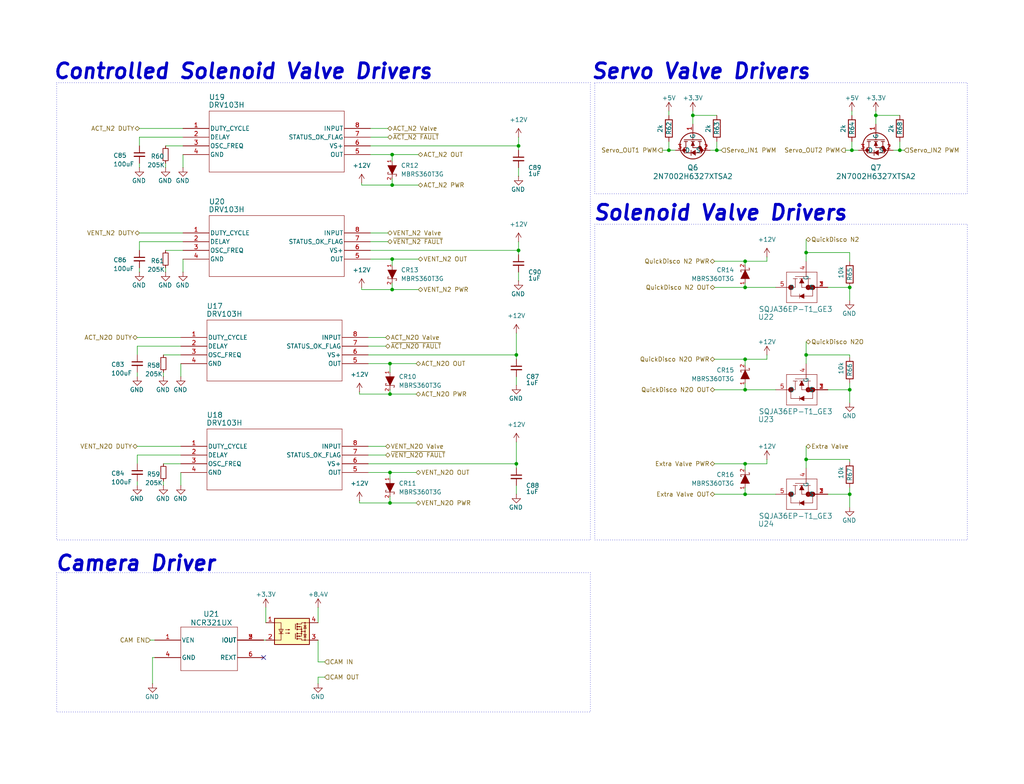
<source format=kicad_sch>
(kicad_sch (version 20250114) (generator "eeschema") (generator_version "9.0")
  (paper "User" 298.45 228.6)
  (lib_symbols
    (symbol "DRV103H:DRV103H" (pin_names (offset 0.254))
      (property "Reference" "U" (at 48.26 10.16 0))
      (property "Value" "DRV103H" (at 48.26 7.62 0))
      (symbol "DRV103H_0_1"
        (pin passive line (at 0 -7.62 0) (length 7.62) (name "GND") (number "4"))
        (pin passive line (at 54.61 0 180) (length 7.62) (name "INPUT") (number "8"))
        (pin passive line (at 54.61 -5.08 180) (length 7.62) (name "VS+") (number "6"))
        (pin passive line (at 54.61 -7.62 180) (length 7.62) (name "OUT") (number "5"))
      )
      (symbol "DRV103H_1_1"
        (pin passive line (at 0 0 0) (length 7.62) (name "DUTY_CYCLE") (number "1"))
        (pin passive line (at 0 -2.54 0) (length 7.62) (name "DELAY") (number "2"))
        (pin passive line (at 0 -5.08 0) (length 7.62) (name "OSC_FREQ") (number "3"))
        (pin passive line (at 54.61 -2.54 180) (length 7.62) (name "STATUS_OK_FLAG") (number "7"))
      )
    )
    (symbol "Device:C_Small" (pin_numbers (hide yes)) (pin_names (offset 0.254) (hide yes))
      (property "Reference" "C" (at 0.254 1.778 0))
      (property "Value" "C_Small" (at 0.254 -2.032 0))
      (symbol "C_Small_1_1"
        (pin passive line (at 0 2.54 270) (length 2.032) (name "~") (number "1"))
        (pin passive line (at 0 -2.54 90) (length 2.032) (name "~") (number "2"))
      )
    )
    (symbol "Device:R" (pin_numbers (hide yes)) (pin_names (offset 0))
      (property "Reference" "R" (at 2.032 0 90))
      (property "Value" "R" (at 0 0 90))
      (symbol "R_1_1"
        (pin passive line (at 0 3.81 270) (length 1.27) (name "~") (number "1"))
        (pin passive line (at 0 -3.81 90) (length 1.27) (name "~") (number "2"))
      )
    )
    (symbol "Device:R_Small" (pin_numbers (hide yes)) (pin_names (offset 0.254) (hide yes))
      (property "Reference" "R" (at 0.762 0.508 0))
      (property "Value" "R_Small" (at 0.762 -1.016 0))
      (symbol "R_Small_1_1"
        (pin passive line (at 0 2.54 270) (length 0.762) (name "~") (number "1"))
        (pin passive line (at 0 -2.54 90) (length 0.762) (name "~") (number "2"))
      )
    )
    (symbol "G3VM-31DR_TR05_:G3VM-31DR_TR05_"
      (symbol "G3VM-31DR_TR05__1_1"
        (pin passive line (at -2.54 -1.27 0) (length 2.54) (name "~") (number "1"))
        (pin passive line (at -2.54 -6.35 0) (length 2.54) (name "~") (number "2"))
        (pin passive line (at 12.7 -1.27 180) (length 2.54) (name "~") (number "4"))
        (pin passive line (at 12.7 -6.35 180) (length 2.54) (name "~") (number "3"))
      )
    )
    (symbol "MBRS360T3G:MBRS360T3G" (pin_names (offset 1.016))
      (property "Reference" "CR" (at -2.54 2.032 0))
      (property "Value" "MBRS360T3G" (at -2.54 -2.032 0))
      (symbol "MBRS360T3G_0_0"
        (pin passive line (at -2.54 0 0) (length 0) (name "~") (number "1"))
        (pin passive line (at 2.54 0 180) (length 0) (name "~") (number "2"))
      )
    )
    (symbol "NCR321UX:NCR321UX" (pin_names (offset 0.254))
      (property "Reference" "U" (at 4.826 10.16 0))
      (property "Value" "NCR321UX" (at 4.826 7.62 0))
      (symbol "NCR321UX_0_1"
        (pin passive line (at -11.43 2.54 0) (length 7.62) (name "VEN") (number "1"))
        (pin passive line (at -11.43 -2.54 0) (length 7.62) (name "GND") (number "4"))
        (pin passive line (at 20.32 2.54 180) (length 7.62) (name "IOUT") (number "2"))
        (pin passive line (at 20.32 2.54 180) (length 7.62) (name "IOUT") (number "3"))
        (pin passive line (at 20.32 2.54 180) (length 7.62) (name "IOUT") (number "5"))
        (pin passive line (at 20.32 -2.54 180) (length 7.62) (name "REXT") (number "6"))
      )
    )
    (symbol "NMOS_2N7002:2N7002H6327XTSA2" (pin_names (offset 0.254))
      (property "Reference" "Q" (at 11.43 1.905 0))
      (property "Value" "2N7002H6327XTSA2" (at 11.43 -2.54 0))
      (symbol "2N7002H6327XTSA2_0_1"
        (pin passive line (at 0 0 0) (length 2.54) (name "G") (number "1"))
        (pin passive line (at 7.62 5.08 270) (length 2.54) (name "D") (number "3"))
        (pin passive line (at 7.62 -5.08 90) (length 2.54) (name "S") (number "2"))
      )
    )
    (symbol "SQJA36EP-T1-GE3:SQJA36EP-T1_GE3" (pin_names (offset 0.254))
      (property "Reference" "U" (at 3.81 15.24 0))
      (property "Value" "SQJA36EP-T1_GE3" (at 3.81 12.7 0))
      (symbol "SQJA36EP-T1_GE3_0_1"
        (pin passive line (at -3.81 1.27 0) (length 3.81) (name "G") (number "4"))
        (pin passive line (at 3.81 10.16 270) (length 3.81) (name "D") (number "5"))
        (pin passive line (at 3.81 -5.08 90) (length 3.81) (name "S") (number "1"))
        (pin passive line (at 3.81 -5.08 90) (length 3.81) (name "S") (number "2"))
        (pin passive line (at 3.81 -5.08 90) (length 3.81) (name "S") (number "3"))
      )
    )
    (symbol "power:+12V" (power) (pin_numbers (hide yes)) (pin_names (offset 0) (hide yes))
      (property "Value" "+12V" (at 0 3.556 0))
      (symbol "+12V_1_1"
        (pin power_in line (at 0 0 90) (length 0) (name "~") (number "1"))
      )
    )
    (symbol "power:+3.3V" (power) (pin_numbers (hide yes)) (pin_names (offset 0) (hide yes))
      (property "Value" "+3.3V" (at 0 3.556 0))
      (symbol "+3.3V_1_1"
        (pin power_in line (at 0 0 90) (length 0) (name "~") (number "1"))
      )
    )
    (symbol "power:+5V" (power) (pin_numbers (hide yes)) (pin_names (offset 0) (hide yes))
      (property "Value" "+5V" (at 0 3.556 0))
      (symbol "+5V_1_1"
        (pin power_in line (at 0 0 90) (length 0) (name "~") (number "1"))
      )
    )
    (symbol "power:GND" (power) (pin_numbers (hide yes)) (pin_names (offset 0) (hide yes))
      (property "Value" "GND" (at 0 -3.81 0))
      (symbol "GND_1_1"
        (pin power_in line (at 0 0 270) (length 0) (name "~") (number "1"))
      )
    )
  )
  (rectangle (start 16.51 24.13) (end 172.085 157.48) (stroke (width 0) (type dot)))
  (rectangle (start 173.355 24.13) (end 281.94 56.515) (stroke (width 0) (type dot)))
  (rectangle (start 173.355 65.405) (end 281.94 157.48) (stroke (width 0) (type dot)))
  (rectangle (start 16.51 167.005) (end 172.085 207.645) (stroke (width 0) (type dot)))
  (text "Solenoid Valve Drivers" (at 172.72 62.23 0) (effects (font (size 4.318 4.318) (thickness 0.8636) (bold yes) (italic yes)) (justify left)))
  (text "Controlled Solenoid Valve Drivers" (at 15.24 20.955 0) (effects (font (size 4.318 4.318) (thickness 0.8636) (bold yes) (italic yes)) (justify left)))
  (text "Camera Driver" (at 15.875 164.465 0) (effects (font (size 4.318 4.318) (thickness 0.8636) (bold yes) (italic yes)) (justify left)))
  (text "Servo Valve Drivers" (at 172.085 20.955 0) (effects (font (size 4.318 4.318) (thickness 0.8636) (bold yes) (italic yes)) (justify left)))
  (junction (at 194.945 43.815))
  (junction (at 234.95 103.505))
  (junction (at 248.285 43.815))
  (junction (at 114.3 84.455))
  (junction (at 114.3 45.085))
  (junction (at 217.17 144.145))
  (junction (at 262.255 43.815))
  (junction (at 151.13 73.025))
  (junction (at 247.65 113.665))
  (junction (at 208.915 43.815))
  (junction (at 113.665 146.685))
  (junction (at 255.27 33.655))
  (junction (at 217.17 83.82))
  (junction (at 234.95 73.66))
  (junction (at 247.65 144.145))
  (junction (at 150.495 135.255))
  (junction (at 217.17 104.775))
  (junction (at 151.13 42.545))
  (junction (at 217.17 113.665))
  (junction (at 114.3 53.975))
  (junction (at 234.95 133.985))
  (junction (at 113.665 137.795))
  (junction (at 113.665 106.045))
  (junction (at 201.93 33.655))
  (junction (at 114.3 75.565))
  (junction (at 113.665 114.935))
  (junction (at 217.17 76.2))
  (junction (at 247.65 83.82))
  (junction (at 150.495 103.505))
  (junction (at 217.17 135.255))
  (no_connect (at 76.835 191.77))
  (wire (pts (xy 247.65 142.24) (xy 247.65 144.145)))
  (wire (pts (xy 77.47 177.165) (xy 77.47 181.61)))
  (wire (pts (xy 217.17 76.2) (xy 217.17 77.47)))
  (wire (pts (xy 208.28 144.145) (xy 217.17 144.145)))
  (wire (pts (xy 217.17 104.775) (xy 223.52 104.775)))
  (wire (pts (xy 151.13 48.895) (xy 151.13 51.435)))
  (wire (pts (xy 112.395 130.175) (xy 107.315 130.175)))
  (wire (pts (xy 112.395 98.425) (xy 107.315 98.425)))
  (wire (pts (xy 150.495 135.255) (xy 150.495 136.525)))
  (wire (pts (xy 53.34 48.895) (xy 53.34 45.085)))
  (wire (pts (xy 241.3 144.145) (xy 247.65 144.145)))
  (wire (pts (xy 113.665 106.045) (xy 121.285 106.045)))
  (wire (pts (xy 234.95 69.85) (xy 234.95 73.66)))
  (wire (pts (xy 40.005 130.175) (xy 52.705 130.175)))
  (wire (pts (xy 47.625 135.255) (xy 52.705 135.255)))
  (wire (pts (xy 193.04 43.815) (xy 194.945 43.815)))
  (wire (pts (xy 234.95 73.66) (xy 234.95 76.2)))
  (wire (pts (xy 53.34 79.375) (xy 53.34 75.565)))
  (wire (pts (xy 217.17 144.145) (xy 226.06 144.145)))
  (wire (pts (xy 40.64 37.465) (xy 53.34 37.465)))
  (wire (pts (xy 40.64 79.375) (xy 40.64 78.105)))
  (wire (pts (xy 52.705 100.965) (xy 40.005 100.965)))
  (wire (pts (xy 255.27 33.655) (xy 255.27 36.195)))
  (wire (pts (xy 217.17 76.2) (xy 223.52 76.2)))
  (wire (pts (xy 104.775 114.935) (xy 104.775 114.3)))
  (wire (pts (xy 248.285 32.385) (xy 248.285 33.655)))
  (wire (pts (xy 40.64 48.895) (xy 40.64 47.625)))
  (wire (pts (xy 113.665 146.685) (xy 121.285 146.685)))
  (wire (pts (xy 107.95 73.025) (xy 151.13 73.025)))
  (wire (pts (xy 151.13 70.485) (xy 151.13 73.025)))
  (wire (pts (xy 217.17 83.82) (xy 226.06 83.82)))
  (wire (pts (xy 40.005 132.715) (xy 40.005 135.255)))
  (wire (pts (xy 44.45 191.77) (xy 44.45 199.39)))
  (wire (pts (xy 247.65 133.985) (xy 247.65 134.62)))
  (wire (pts (xy 217.17 135.255) (xy 217.17 137.16)))
  (wire (pts (xy 217.17 82.55) (xy 217.17 83.82)))
  (wire (pts (xy 223.52 135.255) (xy 223.52 133.985)))
  (wire (pts (xy 151.13 40.005) (xy 151.13 42.545)))
  (wire (pts (xy 207.01 43.815) (xy 208.915 43.815)))
  (wire (pts (xy 113.665 106.045) (xy 107.315 106.045)))
  (wire (pts (xy 247.65 147.955) (xy 247.65 144.145)))
  (wire (pts (xy 194.945 41.275) (xy 194.945 43.815)))
  (wire (pts (xy 262.255 41.275) (xy 262.255 43.815)))
  (wire (pts (xy 114.3 45.085) (xy 114.3 46.99)))
  (wire (pts (xy 114.3 75.565) (xy 114.3 77.47)))
  (wire (pts (xy 52.705 109.855) (xy 52.705 106.045)))
  (wire (pts (xy 150.495 128.905) (xy 150.495 135.255)))
  (wire (pts (xy 48.26 79.375) (xy 48.26 78.105)))
  (wire (pts (xy 92.71 197.485) (xy 94.615 197.485)))
  (wire (pts (xy 234.95 103.505) (xy 247.65 103.505)))
  (wire (pts (xy 113.03 67.945) (xy 107.95 67.945)))
  (wire (pts (xy 247.65 103.505) (xy 247.65 104.14)))
  (wire (pts (xy 43.815 186.69) (xy 45.085 186.69)))
  (wire (pts (xy 40.005 98.425) (xy 52.705 98.425)))
  (wire (pts (xy 40.64 70.485) (xy 40.64 73.025)))
  (wire (pts (xy 107.315 135.255) (xy 150.495 135.255)))
  (wire (pts (xy 194.945 43.815) (xy 196.85 43.815)))
  (wire (pts (xy 208.915 41.275) (xy 208.915 43.815)))
  (wire (pts (xy 48.26 48.895) (xy 48.26 47.625)))
  (wire (pts (xy 107.315 100.965) (xy 112.395 100.965)))
  (wire (pts (xy 262.255 43.815) (xy 263.525 43.815)))
  (wire (pts (xy 107.95 42.545) (xy 151.13 42.545)))
  (wire (pts (xy 234.95 103.505) (xy 234.95 106.045)))
  (wire (pts (xy 217.17 76.2) (xy 208.28 76.2)))
  (wire (pts (xy 107.315 132.715) (xy 112.395 132.715)))
  (wire (pts (xy 217.17 104.775) (xy 217.17 106.68)))
  (wire (pts (xy 114.3 84.455) (xy 121.92 84.455)))
  (wire (pts (xy 208.28 113.665) (xy 217.17 113.665)))
  (wire (pts (xy 234.95 130.175) (xy 234.95 133.985)))
  (wire (pts (xy 113.665 137.795) (xy 107.315 137.795)))
  (wire (pts (xy 234.95 133.985) (xy 234.95 136.525)))
  (wire (pts (xy 247.65 87.63) (xy 247.65 83.82)))
  (wire (pts (xy 53.34 70.485) (xy 40.64 70.485)))
  (wire (pts (xy 201.93 32.385) (xy 201.93 33.655)))
  (wire (pts (xy 92.71 177.165) (xy 92.71 181.61)))
  (wire (pts (xy 208.915 43.815) (xy 210.185 43.815)))
  (wire (pts (xy 247.65 117.475) (xy 247.65 113.665)))
  (wire (pts (xy 47.625 109.855) (xy 47.625 108.585)))
  (wire (pts (xy 217.17 135.255) (xy 223.52 135.255)))
  (wire (pts (xy 247.65 111.76) (xy 247.65 113.665)))
  (wire (pts (xy 217.17 111.76) (xy 217.17 113.665)))
  (wire (pts (xy 104.775 114.935) (xy 113.665 114.935)))
  (wire (pts (xy 113.665 113.665) (xy 113.665 114.935)))
  (wire (pts (xy 107.95 70.485) (xy 113.03 70.485)))
  (wire (pts (xy 255.27 32.385) (xy 255.27 33.655)))
  (wire (pts (xy 113.665 137.795) (xy 121.285 137.795)))
  (wire (pts (xy 151.13 79.375) (xy 151.13 81.915)))
  (wire (pts (xy 234.95 99.695) (xy 234.95 103.505)))
  (wire (pts (xy 241.3 113.665) (xy 247.65 113.665)))
  (wire (pts (xy 114.3 45.085) (xy 121.92 45.085)))
  (wire (pts (xy 40.005 141.605) (xy 40.005 140.335)))
  (wire (pts (xy 217.17 142.24) (xy 217.17 144.145)))
  (wire (pts (xy 208.28 83.82) (xy 217.17 83.82)))
  (wire (pts (xy 114.3 75.565) (xy 107.95 75.565)))
  (wire (pts (xy 201.93 33.655) (xy 201.93 36.195)))
  (wire (pts (xy 47.625 141.605) (xy 47.625 140.335)))
  (wire (pts (xy 241.3 83.82) (xy 247.65 83.82)))
  (wire (pts (xy 234.95 133.985) (xy 247.65 133.985)))
  (wire (pts (xy 113.665 106.045) (xy 113.665 108.585)))
  (wire (pts (xy 113.665 114.935) (xy 121.285 114.935)))
  (wire (pts (xy 40.64 67.945) (xy 53.34 67.945)))
  (wire (pts (xy 40.005 109.855) (xy 40.005 108.585)))
  (wire (pts (xy 260.35 43.815) (xy 262.255 43.815)))
  (wire (pts (xy 104.775 146.685) (xy 113.665 146.685)))
  (wire (pts (xy 40.64 40.005) (xy 40.64 42.545)))
  (wire (pts (xy 114.3 45.085) (xy 107.95 45.085)))
  (wire (pts (xy 217.17 135.255) (xy 208.28 135.255)))
  (wire (pts (xy 48.26 42.545) (xy 53.34 42.545)))
  (wire (pts (xy 223.52 76.2) (xy 223.52 74.93)))
  (wire (pts (xy 76.835 186.69) (xy 77.47 186.69)))
  (wire (pts (xy 52.705 141.605) (xy 52.705 137.795)))
  (wire (pts (xy 234.95 73.66) (xy 247.65 73.66)))
  (wire (pts (xy 113.665 144.78) (xy 113.665 146.685)))
  (wire (pts (xy 114.3 53.975) (xy 121.92 53.975)))
  (wire (pts (xy 114.3 82.55) (xy 114.3 84.455)))
  (wire (pts (xy 92.71 193.04) (xy 92.71 186.69)))
  (wire (pts (xy 107.95 40.005) (xy 113.03 40.005)))
  (wire (pts (xy 255.27 33.655) (xy 262.255 33.655)))
  (wire (pts (xy 151.13 73.025) (xy 151.13 74.295)))
  (wire (pts (xy 105.41 53.975) (xy 105.41 53.34)))
  (wire (pts (xy 48.26 73.025) (xy 53.34 73.025)))
  (wire (pts (xy 247.65 73.66) (xy 247.65 76.2)))
  (wire (pts (xy 150.495 103.505) (xy 150.495 104.775)))
  (wire (pts (xy 217.17 104.775) (xy 208.28 104.775)))
  (wire (pts (xy 105.41 53.975) (xy 114.3 53.975)))
  (wire (pts (xy 248.285 41.275) (xy 248.285 43.815)))
  (wire (pts (xy 92.71 197.485) (xy 92.71 199.39)))
  (wire (pts (xy 47.625 103.505) (xy 52.705 103.505)))
  (wire (pts (xy 248.285 43.815) (xy 250.19 43.815)))
  (wire (pts (xy 52.705 132.715) (xy 40.005 132.715)))
  (wire (pts (xy 105.41 84.455) (xy 114.3 84.455)))
  (wire (pts (xy 194.945 32.385) (xy 194.945 33.655)))
  (wire (pts (xy 40.005 100.965) (xy 40.005 103.505)))
  (wire (pts (xy 107.315 103.505) (xy 150.495 103.505)))
  (wire (pts (xy 105.41 84.455) (xy 105.41 83.82)))
  (wire (pts (xy 104.775 146.685) (xy 104.775 146.05)))
  (wire (pts (xy 44.45 191.77) (xy 45.085 191.77)))
  (wire (pts (xy 113.665 137.795) (xy 113.665 139.7)))
  (wire (pts (xy 94.615 193.04) (xy 92.71 193.04)))
  (wire (pts (xy 114.3 75.565) (xy 121.92 75.565)))
  (wire (pts (xy 150.495 109.855) (xy 150.495 112.395)))
  (wire (pts (xy 53.34 40.005) (xy 40.64 40.005)))
  (wire (pts (xy 151.13 42.545) (xy 151.13 43.815)))
  (wire (pts (xy 113.03 37.465) (xy 107.95 37.465)))
  (wire (pts (xy 114.3 52.07) (xy 114.3 53.975)))
  (wire (pts (xy 201.93 33.655) (xy 208.915 33.655)))
  (wire (pts (xy 150.495 97.155) (xy 150.495 103.505)))
  (wire (pts (xy 217.17 113.665) (xy 226.06 113.665)))
  (wire (pts (xy 223.52 104.775) (xy 223.52 103.505)))
  (wire (pts (xy 150.495 141.605) (xy 150.495 144.145)))
  (wire (pts (xy 246.38 43.815) (xy 248.285 43.815)))
  (hierarchical_label "~{ACT_N2 FAULT}" (shape bidirectional) (at 113.03 40.005 0))
  (hierarchical_label "Servo_IN2 PWM" (shape input) (at 263.525 43.815 0))
  (hierarchical_label "Extra Valve PWR" (shape bidirectional) (at 208.28 135.255 180))
  (hierarchical_label "VENT_N2 DUTY" (shape bidirectional) (at 40.64 67.945 180))
  (hierarchical_label "CAM OUT" (shape input) (at 94.615 197.485 0))
  (hierarchical_label "QuickDisco N2" (shape bidirectional) (at 234.95 69.85 0))
  (hierarchical_label "~{ACT_N2O FAULT}" (shape bidirectional) (at 112.395 100.965 0))
  (hierarchical_label "ACT_N2O PWR" (shape bidirectional) (at 121.285 114.935 0))
  (hierarchical_label "ACT_N2O DUTY" (shape bidirectional) (at 40.005 98.425 180))
  (hierarchical_label "ACT_N2 DUTY" (shape bidirectional) (at 40.64 37.465 180))
  (hierarchical_label "VENT_N2 PWR" (shape bidirectional) (at 121.92 84.455 0))
  (hierarchical_label "VENT_N2O Valve" (shape bidirectional) (at 112.395 130.175 0))
  (hierarchical_label "Servo_OUT2 PWM" (shape output) (at 246.38 43.815 180))
  (hierarchical_label "ACT_N2 OUT" (shape bidirectional) (at 121.92 45.085 0))
  (hierarchical_label "QuickDisco N2O PWR" (shape bidirectional) (at 208.28 104.775 180))
  (hierarchical_label "Extra Valve OUT" (shape bidirectional) (at 208.28 144.145 180))
  (hierarchical_label "QuickDisco N2O OUT" (shape bidirectional) (at 208.28 113.665 180))
  (hierarchical_label "Extra Valve" (shape bidirectional) (at 234.95 130.175 0))
  (hierarchical_label "Servo_OUT1 PWM" (shape output) (at 193.04 43.815 180))
  (hierarchical_label "VENT_N2O PWR" (shape bidirectional) (at 121.285 146.685 0))
  (hierarchical_label "QuickDisco N2 PWR" (shape bidirectional) (at 208.28 76.2 180))
  (hierarchical_label "ACT_N2 Valve" (shape bidirectional) (at 113.03 37.465 0))
  (hierarchical_label "VENT_N2O DUTY" (shape bidirectional) (at 40.005 130.175 180))
  (hierarchical_label "VENT_N2O OUT" (shape bidirectional) (at 121.285 137.795 0))
  (hierarchical_label "ACT_N2 PWR" (shape bidirectional) (at 121.92 53.975 0))
  (hierarchical_label "~{VENT_N2O FAULT}" (shape bidirectional) (at 112.395 132.715 0))
  (hierarchical_label "Servo_IN1 PWM" (shape input) (at 210.185 43.815 0))
  (hierarchical_label "ACT_N2O Valve" (shape bidirectional) (at 112.395 98.425 0))
  (hierarchical_label "QuickDisco N2 OUT" (shape bidirectional) (at 208.28 83.82 180))
  (hierarchical_label "QuickDisco N2O" (shape bidirectional) (at 234.95 99.695 0))
  (hierarchical_label "CAM IN" (shape input) (at 94.615 193.04 0))
  (hierarchical_label "ACT_N2O OUT" (shape bidirectional) (at 121.285 106.045 0))
  (hierarchical_label "~{VENT_N2 FAULT}" (shape bidirectional) (at 113.03 70.485 0))
  (hierarchical_label "VENT_N2 Valve" (shape bidirectional) (at 113.03 67.945 0))
  (hierarchical_label "CAM EN" (shape input) (at 43.815 186.69 180))
  (hierarchical_label "VENT_N2 OUT" (shape bidirectional) (at 121.92 75.565 0))
  (symbol (lib_id "power:+12V") (at 150.495 97.155 0) (unit 1)
    (property "Reference" "#PWR0188" (effects (hide yes)))
    (property "Value" "+12V" (at 150.495 92.075 0))
    (property "Description" "Power symbol creates a global label with name \"+12V\"" (effects (hide yes)))
  )
  (symbol (lib_id "G3VM-31DR_TR05_:G3VM-31DR_TR05_") (at 80.01 180.34 0) (unit 1)
    (property "Reference" "K1" (effects (hide yes)))
    (property "Value" "G3VM-31DR_TR05_" (effects (hide yes)))
    (property "Footprint" "G3VM31DRTR05" (effects (hide yes)))
    (property "Description" "Solid State Relays - PCB Mount High power, 4.0-A switching with a 30-V load voltage, DIP4 package. Low 25 mO ON Resistance." (effects (hide yes)))
    (property "Height" "3.8" (effects (hide yes)))
    (property "Mouser Part Number" "653-G3VM-31DR(TR05)" (effects (hide yes)))
    (property "Mouser Price/Stock" "https://www.mouser.co.uk/ProductDetail/Omron-Electronics/G3VM-31DRTR05?qs=wnTfsH77Xs5ttufbIZctbg%3D%3D" (effects (hide yes)))
    (property "Manufacturer_Name" "Omron Electronics" (effects (hide yes)))
    (property "Manufacturer_Part_Number" "G3VM-31DR(TR05)" (effects (hide yes)))
  )
  (symbol (lib_id "DRV103H:DRV103H") (at 52.705 98.425 0) (unit 1)
    (property "Reference" "U17" (at 62.611 89.281 0) (effects (font (size 1.524 1.524))))
    (property "Value" "DRV103H" (at 65.405 91.567 0) (effects (font (size 1.524 1.524))))
    (property "Footprint" "DDA8" (effects (hide yes)))
    (property "Datasheet" "https://www.ti.com/lit/gpn/drv103" (effects (hide yes)))
  )
  (symbol (lib_id "NMOS_2N7002:2N7002H6327XTSA2") (at 255.27 36.195 90) (mirror x) (unit 1)
    (property "Reference" "Q7" (at 255.27 48.895 90) (effects (font (size 1.524 1.524))))
    (property "Value" "2N7002H6327XTSA2" (at 255.27 51.435 90) (effects (font (size 1.524 1.524))))
    (property "Footprint" "NMOS_2N7002:PG-SOT23-3-5_INF_MIN" (effects (hide yes)))
    (property "Datasheet" "2N7002H6327XTSA2" (effects (hide yes)))
  )
  (symbol (lib_id "Device:R") (at 248.285 37.465 0) (unit 1)
    (property "Reference" "R64" (at 248.285 39.37 90) (effects (justify left)))
    (property "Value" "2k" (at 245.745 38.735 90) (effects (justify left)))
    (property "Footprint" "Resistor-0402:RES_0402" (effects (hide yes)))
    (property "Description" "Resistor" (effects (hide yes)))
  )
  (symbol (lib_id "power:+12V") (at 151.13 40.005 0) (unit 1)
    (property "Reference" "#PWR0192" (effects (hide yes)))
    (property "Value" "+12V" (at 151.13 34.925 0))
    (property "Description" "Power symbol creates a global label with name \"+12V\"" (effects (hide yes)))
  )
  (symbol (lib_id "power:GND") (at 150.495 144.145 0) (unit 1)
    (property "Reference" "#PWR0191" (effects (hide yes)))
    (property "Value" "GND" (at 152.4 147.955 0) (effects (justify right)))
    (property "Description" "Power symbol creates a global label with name \"GND\" , ground" (effects (hide yes)))
  )
  (symbol (lib_id "MBRS360T3G:MBRS360T3G") (at 113.665 142.24 270) (unit 1)
    (property "Reference" "CR11" (at 116.205 140.9699 90) (effects (justify left)))
    (property "Value" "MBRS360T3G" (at 116.205 143.5099 90) (effects (justify left)))
    (property "Footprint" "MBRS360T3G:DIODE_SMC_7P15X6P25_ONS-M" (effects (hide yes)))
    (property "Check_prices" "https://www.snapeda.com/parts/MBRS360T3G/Onsemi/view-part/?ref=eda" (effects (hide yes)))
    (property "MF" "ON Semiconductor" (effects (hide yes)))
    (property "VENDOR" "ON Semiconductor" (effects (hide yes)))
    (property "Description_1" "Diode,Schottky Barrier,Vr 60V,If 4A,Pkg SMC,Vf 0.74V,Tj +175degc,Cs 125A,Ir 10mA | ON Semiconductor MBRS360T3G" (effects (hide yes)))
    (property "COPYRIGHT" "Copyright (C) 2016 Accelerated Designs. All rights reserved" (effects (hide yes)))
    (property "Package" "SMC-2 ON Semiconductor" (effects (hide yes)))
    (property "Price" "None" (effects (hide yes)))
    (property "BUILT_BY" "EMA_Anthony" (effects (hide yes)))
    (property "SOURCELIBRARY" "ON_Semiconductor_2018-12-15" (effects (hide yes)))
    (property "SnapEDA_Link" "https://www.snapeda.com/parts/MBRS360T3G/Onsemi/view-part/?ref=snap" (effects (hide yes)))
    (property "MP" "MBRS360T3G" (effects (hide yes)))
    (property "Availability" "In Stock" (effects (hide yes)))
    (property "MANUFACTURER_PART_NUMBER" "MBRS360T3G" (effects (hide yes)))
  )
  (symbol (lib_id "MBRS360T3G:MBRS360T3G") (at 114.3 49.53 270) (unit 1)
    (property "Reference" "CR12" (at 116.84 48.2599 90) (effects (justify left)))
    (property "Value" "MBRS360T3G" (at 116.84 50.7999 90) (effects (justify left)))
    (property "Footprint" "MBRS360T3G:DIODE_SMC_7P15X6P25_ONS-M" (effects (hide yes)))
    (property "Check_prices" "https://www.snapeda.com/parts/MBRS360T3G/Onsemi/view-part/?ref=eda" (effects (hide yes)))
    (property "MF" "ON Semiconductor" (effects (hide yes)))
    (property "VENDOR" "ON Semiconductor" (effects (hide yes)))
    (property "Description_1" "Diode,Schottky Barrier,Vr 60V,If 4A,Pkg SMC,Vf 0.74V,Tj +175degc,Cs 125A,Ir 10mA | ON Semiconductor MBRS360T3G" (effects (hide yes)))
    (property "COPYRIGHT" "Copyright (C) 2016 Accelerated Designs. All rights reserved" (effects (hide yes)))
    (property "Package" "SMC-2 ON Semiconductor" (effects (hide yes)))
    (property "Price" "None" (effects (hide yes)))
    (property "BUILT_BY" "EMA_Anthony" (effects (hide yes)))
    (property "SOURCELIBRARY" "ON_Semiconductor_2018-12-15" (effects (hide yes)))
    (property "SnapEDA_Link" "https://www.snapeda.com/parts/MBRS360T3G/Onsemi/view-part/?ref=snap" (effects (hide yes)))
    (property "MP" "MBRS360T3G" (effects (hide yes)))
    (property "Availability" "In Stock" (effects (hide yes)))
    (property "MANUFACTURER_PART_NUMBER" "MBRS360T3G" (effects (hide yes)))
  )
  (symbol (lib_id "power:GND") (at 47.625 141.605 0) (unit 1)
    (property "Reference" "#PWR0172" (effects (hide yes)))
    (property "Value" "GND" (at 49.53 145.415 0) (effects (justify right)))
    (property "Description" "Power symbol creates a global label with name \"GND\" , ground" (effects (hide yes)))
  )
  (symbol (lib_id "power:GND") (at 150.495 112.395 0) (unit 1)
    (property "Reference" "#PWR0189" (effects (hide yes)))
    (property "Value" "GND" (at 152.4 116.205 0) (effects (justify right)))
    (property "Description" "Power symbol creates a global label with name \"GND\" , ground" (effects (hide yes)))
  )
  (symbol (lib_id "Device:R_Small") (at 48.26 45.085 0) (unit 1)
    (property "Reference" "R60" (at 43.942 45.593 0) (effects (justify left)))
    (property "Value" "205K" (at 42.926 48.133 0) (effects (justify left)))
    (property "Description" "Resistor, small symbol" (effects (hide yes)))
  )
  (symbol (lib_id "power:GND") (at 52.705 141.605 0) (unit 1)
    (property "Reference" "#PWR0176" (effects (hide yes)))
    (property "Value" "GND" (at 54.61 145.415 0) (effects (justify right)))
    (property "Description" "Power symbol creates a global label with name \"GND\" , ground" (effects (hide yes)))
  )
  (symbol (lib_id "power:+12V") (at 105.41 53.34 0) (unit 1)
    (property "Reference" "#PWR0184" (effects (hide yes)))
    (property "Value" "+12V" (at 105.41 48.26 0))
    (property "Description" "Power symbol creates a global label with name \"+12V\"" (effects (hide yes)))
  )
  (symbol (lib_id "power:GND") (at 40.005 141.605 0) (unit 1)
    (property "Reference" "#PWR0167" (effects (hide yes)))
    (property "Value" "GND" (at 41.91 145.415 0) (effects (justify right)))
    (property "Description" "Power symbol creates a global label with name \"GND\" , ground" (effects (hide yes)))
  )
  (symbol (lib_id "Device:R") (at 247.65 107.95 0) (unit 1)
    (property "Reference" "R66" (at 247.65 109.855 90) (effects (justify left)))
    (property "Value" "10k" (at 245.11 109.22 90) (effects (justify left)))
    (property "Footprint" "Resistor-0402:RES_0402" (effects (hide yes)))
    (property "Description" "Resistor" (effects (hide yes)))
  )
  (symbol (lib_id "NMOS_2N7002:2N7002H6327XTSA2") (at 201.93 36.195 90) (mirror x) (unit 1)
    (property "Reference" "Q6" (at 201.93 48.895 90) (effects (font (size 1.524 1.524))))
    (property "Value" "2N7002H6327XTSA2" (at 201.93 51.435 90) (effects (font (size 1.524 1.524))))
    (property "Footprint" "NMOS_2N7002:PG-SOT23-3-5_INF_MIN" (effects (hide yes)))
    (property "Datasheet" "2N7002H6327XTSA2" (effects (hide yes)))
  )
  (symbol (lib_id "Device:C_Small") (at 151.13 46.355 0) (unit 1)
    (property "Reference" "C89" (at 153.924 48.895 0) (effects (justify left)))
    (property "Value" "1uF" (at 153.924 50.673 0) (effects (justify left)))
    (property "Description" "Unpolarized capacitor, small symbol" (effects (hide yes)))
  )
  (symbol (lib_id "SQJA36EP-T1-GE3:SQJA36EP-T1_GE3") (at 236.22 140.335 90) (mirror x) (unit 1)
    (property "Reference" "U24" (at 223.266 152.781 90) (effects (font (size 1.524 1.524))))
    (property "Value" "SQJA36EP-T1_GE3" (at 231.902 150.495 90) (effects (font (size 1.524 1.524))))
    (property "Footprint" "PowerPAK_SO-8L_3_VIS" (effects (hide yes)))
    (property "Datasheet" "SQJA36EP-T1_GE3" (effects (hide yes)))
  )
  (symbol (lib_id "MBRS360T3G:MBRS360T3G") (at 114.3 80.01 270) (unit 1)
    (property "Reference" "CR13" (at 116.84 78.7399 90) (effects (justify left)))
    (property "Value" "MBRS360T3G" (at 116.84 81.2799 90) (effects (justify left)))
    (property "Footprint" "MBRS360T3G:DIODE_SMC_7P15X6P25_ONS-M" (effects (hide yes)))
    (property "Check_prices" "https://www.snapeda.com/parts/MBRS360T3G/Onsemi/view-part/?ref=eda" (effects (hide yes)))
    (property "MF" "ON Semiconductor" (effects (hide yes)))
    (property "VENDOR" "ON Semiconductor" (effects (hide yes)))
    (property "Description_1" "Diode,Schottky Barrier,Vr 60V,If 4A,Pkg SMC,Vf 0.74V,Tj +175degc,Cs 125A,Ir 10mA | ON Semiconductor MBRS360T3G" (effects (hide yes)))
    (property "COPYRIGHT" "Copyright (C) 2016 Accelerated Designs. All rights reserved" (effects (hide yes)))
    (property "Package" "SMC-2 ON Semiconductor" (effects (hide yes)))
    (property "Price" "None" (effects (hide yes)))
    (property "BUILT_BY" "EMA_Anthony" (effects (hide yes)))
    (property "SOURCELIBRARY" "ON_Semiconductor_2018-12-15" (effects (hide yes)))
    (property "SnapEDA_Link" "https://www.snapeda.com/parts/MBRS360T3G/Onsemi/view-part/?ref=snap" (effects (hide yes)))
    (property "MP" "MBRS360T3G" (effects (hide yes)))
    (property "Availability" "In Stock" (effects (hide yes)))
    (property "MANUFACTURER_PART_NUMBER" "MBRS360T3G" (effects (hide yes)))
  )
  (symbol (lib_id "power:+5V") (at 92.71 177.165 0) (unit 1)
    (property "Reference" "#PWR0180" (effects (hide yes)))
    (property "Value" "+8.4V" (at 92.71 173.355 0))
    (property "Description" "Power symbol creates a global label with name \"+5V\"" (effects (hide yes)))
  )
  (symbol (lib_id "MBRS360T3G:MBRS360T3G") (at 217.17 109.22 270) (mirror x) (unit 1)
    (property "Reference" "CR15" (at 213.995 107.9499 90) (effects (justify right)))
    (property "Value" "MBRS360T3G" (at 213.995 110.4899 90) (effects (justify right)))
    (property "Footprint" "MBRS360T3G:DIODE_SMC_7P15X6P25_ONS-M" (effects (hide yes)))
    (property "Check_prices" "https://www.snapeda.com/parts/MBRS360T3G/Onsemi/view-part/?ref=eda" (effects (hide yes)))
    (property "MF" "ON Semiconductor" (effects (hide yes)))
    (property "VENDOR" "ON Semiconductor" (effects (hide yes)))
    (property "Description_1" "Diode,Schottky Barrier,Vr 60V,If 4A,Pkg SMC,Vf 0.74V,Tj +175degc,Cs 125A,Ir 10mA | ON Semiconductor MBRS360T3G" (effects (hide yes)))
    (property "COPYRIGHT" "Copyright (C) 2016 Accelerated Designs. All rights reserved" (effects (hide yes)))
    (property "Package" "SMC-2 ON Semiconductor" (effects (hide yes)))
    (property "Price" "None" (effects (hide yes)))
    (property "BUILT_BY" "EMA_Anthony" (effects (hide yes)))
    (property "SOURCELIBRARY" "ON_Semiconductor_2018-12-15" (effects (hide yes)))
    (property "SnapEDA_Link" "https://www.snapeda.com/parts/MBRS360T3G/Onsemi/view-part/?ref=snap" (effects (hide yes)))
    (property "MP" "MBRS360T3G" (effects (hide yes)))
    (property "Availability" "In Stock" (effects (hide yes)))
    (property "MANUFACTURER_PART_NUMBER" "MBRS360T3G" (effects (hide yes)))
  )
  (symbol (lib_id "Device:C_Small") (at 150.495 107.315 0) (unit 1)
    (property "Reference" "C87" (at 153.289 109.855 0) (effects (justify left)))
    (property "Value" "1uF" (at 153.289 111.633 0) (effects (justify left)))
    (property "Description" "Unpolarized capacitor, small symbol" (effects (hide yes)))
  )
  (symbol (lib_id "Device:R") (at 208.915 37.465 0) (unit 1)
    (property "Reference" "R63" (at 208.915 39.37 90) (effects (justify left)))
    (property "Value" "2k" (at 206.375 38.735 90) (effects (justify left)))
    (property "Footprint" "Resistor-0402:RES_0402" (effects (hide yes)))
    (property "Description" "Resistor" (effects (hide yes)))
  )
  (symbol (lib_id "power:GND") (at 53.34 79.375 0) (unit 1)
    (property "Reference" "#PWR0178" (effects (hide yes)))
    (property "Value" "GND" (at 55.245 83.185 0) (effects (justify right)))
    (property "Description" "Power symbol creates a global label with name \"GND\" , ground" (effects (hide yes)))
  )
  (symbol (lib_id "Device:R_Small") (at 48.26 75.565 0) (unit 1)
    (property "Reference" "R61" (at 43.942 76.073 0) (effects (justify left)))
    (property "Value" "205K" (at 42.926 78.613 0) (effects (justify left)))
    (property "Description" "Resistor, small symbol" (effects (hide yes)))
  )
  (symbol (lib_id "power:GND") (at 151.13 81.915 0) (unit 1)
    (property "Reference" "#PWR0195" (effects (hide yes)))
    (property "Value" "GND" (at 153.035 85.725 0) (effects (justify right)))
    (property "Description" "Power symbol creates a global label with name \"GND\" , ground" (effects (hide yes)))
  )
  (symbol (lib_id "power:+3.3V") (at 77.47 177.165 0) (unit 1)
    (property "Reference" "#PWR0179" (effects (hide yes)))
    (property "Value" "+3.3V" (at 77.47 173.355 0))
    (property "Description" "Power symbol creates a global label with name \"+3.3V\"" (effects (hide yes)))
  )
  (symbol (lib_id "Device:C_Small") (at 40.64 75.565 0) (unit 1)
    (property "Reference" "C86" (at 33.02 75.819 0) (effects (justify left)))
    (property "Value" "100uF" (at 33.02 78.359 0) (effects (justify left)))
    (property "Description" "Unpolarized capacitor, small symbol" (effects (hide yes)))
  )
  (symbol (lib_id "power:+12V") (at 105.41 83.82 0) (unit 1)
    (property "Reference" "#PWR0185" (effects (hide yes)))
    (property "Value" "+12V" (at 105.41 78.74 0))
    (property "Description" "Power symbol creates a global label with name \"+12V\"" (effects (hide yes)))
  )
  (symbol (lib_id "power:GND") (at 52.705 109.855 0) (unit 1)
    (property "Reference" "#PWR0175" (effects (hide yes)))
    (property "Value" "GND" (at 54.61 113.665 0) (effects (justify right)))
    (property "Description" "Power symbol creates a global label with name \"GND\" , ground" (effects (hide yes)))
  )
  (symbol (lib_id "power:GND") (at 247.65 117.475 0) (unit 1)
    (property "Reference" "#PWR0203" (effects (hide yes)))
    (property "Value" "GND" (at 249.555 121.285 0) (effects (justify right)))
    (property "Description" "Power symbol creates a global label with name \"GND\" , ground" (effects (hide yes)))
  )
  (symbol (lib_id "power:+5V") (at 194.945 32.385 0) (unit 1)
    (property "Reference" "#PWR0196" (effects (hide yes)))
    (property "Value" "+5V" (at 194.945 28.575 0))
    (property "Description" "Power symbol creates a global label with name \"+5V\"" (effects (hide yes)))
  )
  (symbol (lib_id "DRV103H:DRV103H") (at 53.34 37.465 0) (unit 1)
    (property "Reference" "U19" (at 63.246 28.321 0) (effects (font (size 1.524 1.524))))
    (property "Value" "DRV103H" (at 66.04 30.607 0) (effects (font (size 1.524 1.524))))
    (property "Footprint" "DDA8" (effects (hide yes)))
    (property "Datasheet" "https://www.ti.com/lit/gpn/drv103" (effects (hide yes)))
  )
  (symbol (lib_id "Device:C_Small") (at 40.005 137.795 0) (unit 1)
    (property "Reference" "C84" (at 32.385 138.049 0) (effects (justify left)))
    (property "Value" "100uF" (at 32.385 140.589 0) (effects (justify left)))
    (property "Description" "Unpolarized capacitor, small symbol" (effects (hide yes)))
  )
  (symbol (lib_id "power:+12V") (at 104.775 114.3 0) (unit 1)
    (property "Reference" "#PWR0182" (effects (hide yes)))
    (property "Value" "+12V" (at 104.775 109.22 0))
    (property "Description" "Power symbol creates a global label with name \"+12V\"" (effects (hide yes)))
  )
  (symbol (lib_id "NCR321UX:NCR321UX") (at 56.515 189.23 0) (unit 1)
    (property "Reference" "U21" (at 61.595 179.07 0) (effects (font (size 1.524 1.524))))
    (property "Value" "NCR321UX" (at 61.595 181.61 0) (effects (font (size 1.524 1.524))))
    (property "Footprint" "TSOP6_SOT457_NEX" (effects (hide yes)))
    (property "Datasheet" "NCR321UX" (effects (hide yes)))
  )
  (symbol (lib_id "power:+12V") (at 223.52 133.985 0) (unit 1)
    (property "Reference" "#PWR0200" (effects (hide yes)))
    (property "Value" "+12V" (at 223.52 130.175 0))
    (property "Description" "Power symbol creates a global label with name \"+12V\"" (effects (hide yes)))
  )
  (symbol (lib_id "Device:C_Small") (at 151.13 76.835 0) (unit 1)
    (property "Reference" "C90" (at 153.924 79.375 0) (effects (justify left)))
    (property "Value" "1uF" (at 153.924 81.153 0) (effects (justify left)))
    (property "Description" "Unpolarized capacitor, small symbol" (effects (hide yes)))
  )
  (symbol (lib_id "power:GND") (at 92.71 199.39 0) (unit 1)
    (property "Reference" "#PWR0181" (effects (hide yes)))
    (property "Value" "GND" (at 94.615 203.2 0) (effects (justify right)))
    (property "Description" "Power symbol creates a global label with name \"GND\" , ground" (effects (hide yes)))
  )
  (symbol (lib_id "power:+12V") (at 104.775 146.05 0) (unit 1)
    (property "Reference" "#PWR0183" (effects (hide yes)))
    (property "Value" "+12V" (at 104.775 140.97 0))
    (property "Description" "Power symbol creates a global label with name \"+12V\"" (effects (hide yes)))
  )
  (symbol (lib_id "power:+5V") (at 248.285 32.385 0) (unit 1)
    (property "Reference" "#PWR0201" (effects (hide yes)))
    (property "Value" "+5V" (at 248.285 28.575 0))
    (property "Description" "Power symbol creates a global label with name \"+5V\"" (effects (hide yes)))
  )
  (symbol (lib_id "Device:R") (at 247.65 138.43 0) (unit 1)
    (property "Reference" "R67" (at 247.65 140.335 90) (effects (justify left)))
    (property "Value" "10k" (at 245.11 139.7 90) (effects (justify left)))
    (property "Footprint" "Resistor-0402:RES_0402" (effects (hide yes)))
    (property "Description" "Resistor" (effects (hide yes)))
  )
  (symbol (lib_id "Device:C_Small") (at 40.64 45.085 0) (unit 1)
    (property "Reference" "C85" (at 33.02 45.339 0) (effects (justify left)))
    (property "Value" "100uF" (at 33.02 47.879 0) (effects (justify left)))
    (property "Description" "Unpolarized capacitor, small symbol" (effects (hide yes)))
  )
  (symbol (lib_id "DRV103H:DRV103H") (at 52.705 130.175 0) (unit 1)
    (property "Reference" "U18" (at 62.611 121.031 0) (effects (font (size 1.524 1.524))))
    (property "Value" "DRV103H" (at 65.405 123.317 0) (effects (font (size 1.524 1.524))))
    (property "Footprint" "DDA8" (effects (hide yes)))
    (property "Datasheet" "https://www.ti.com/lit/gpn/drv103" (effects (hide yes)))
  )
  (symbol (lib_id "power:GND") (at 48.26 79.375 0) (unit 1)
    (property "Reference" "#PWR0174" (effects (hide yes)))
    (property "Value" "GND" (at 50.165 83.185 0) (effects (justify right)))
    (property "Description" "Power symbol creates a global label with name \"GND\" , ground" (effects (hide yes)))
  )
  (symbol (lib_id "power:GND") (at 47.625 109.855 0) (unit 1)
    (property "Reference" "#PWR0171" (effects (hide yes)))
    (property "Value" "GND" (at 49.53 113.665 0) (effects (justify right)))
    (property "Description" "Power symbol creates a global label with name \"GND\" , ground" (effects (hide yes)))
  )
  (symbol (lib_id "Device:C_Small") (at 40.005 106.045 0) (unit 1)
    (property "Reference" "C83" (at 32.385 106.299 0) (effects (justify left)))
    (property "Value" "100uF" (at 32.385 108.839 0) (effects (justify left)))
    (property "Description" "Unpolarized capacitor, small symbol" (effects (hide yes)))
  )
  (symbol (lib_id "Device:R_Small") (at 47.625 106.045 0) (unit 1)
    (property "Reference" "R58" (at 42.799 106.553 0) (effects (justify left)))
    (property "Value" "205K" (at 42.291 109.093 0) (effects (justify left)))
    (property "Description" "Resistor, small symbol" (effects (hide yes)))
  )
  (symbol (lib_id "power:GND") (at 151.13 51.435 0) (unit 1)
    (property "Reference" "#PWR0193" (effects (hide yes)))
    (property "Value" "GND" (at 153.035 55.245 0) (effects (justify right)))
    (property "Description" "Power symbol creates a global label with name \"GND\" , ground" (effects (hide yes)))
  )
  (symbol (lib_id "power:+12V") (at 223.52 74.93 0) (unit 1)
    (property "Reference" "#PWR0198" (effects (hide yes)))
    (property "Value" "+12V" (at 223.52 69.85 0))
    (property "Description" "Power symbol creates a global label with name \"+12V\"" (effects (hide yes)))
  )
  (symbol (lib_id "power:GND") (at 44.45 199.39 0) (unit 1)
    (property "Reference" "#PWR0170" (effects (hide yes)))
    (property "Value" "GND" (at 46.355 203.2 0) (effects (justify right)))
    (property "Description" "Power symbol creates a global label with name \"GND\" , ground" (effects (hide yes)))
  )
  (symbol (lib_id "Device:R") (at 262.255 37.465 0) (unit 1)
    (property "Reference" "R68" (at 262.255 39.37 90) (effects (justify left)))
    (property "Value" "2k" (at 259.715 38.735 90) (effects (justify left)))
    (property "Footprint" "Resistor-0402:RES_0402" (effects (hide yes)))
    (property "Description" "Resistor" (effects (hide yes)))
  )
  (symbol (lib_id "Device:C_Small") (at 150.495 139.065 0) (unit 1)
    (property "Reference" "C88" (at 153.289 141.605 0) (effects (justify left)))
    (property "Value" "1uF" (at 153.289 143.383 0) (effects (justify left)))
    (property "Description" "Unpolarized capacitor, small symbol" (effects (hide yes)))
  )
  (symbol (lib_id "MBRS360T3G:MBRS360T3G") (at 217.17 139.7 270) (mirror x) (unit 1)
    (property "Reference" "CR16" (at 213.995 138.4299 90) (effects (justify right)))
    (property "Value" "MBRS360T3G" (at 213.995 140.9699 90) (effects (justify right)))
    (property "Footprint" "MBRS360T3G:DIODE_SMC_7P15X6P25_ONS-M" (effects (hide yes)))
    (property "Check_prices" "https://www.snapeda.com/parts/MBRS360T3G/Onsemi/view-part/?ref=eda" (effects (hide yes)))
    (property "MF" "ON Semiconductor" (effects (hide yes)))
    (property "VENDOR" "ON Semiconductor" (effects (hide yes)))
    (property "Description_1" "Diode,Schottky Barrier,Vr 60V,If 4A,Pkg SMC,Vf 0.74V,Tj +175degc,Cs 125A,Ir 10mA | ON Semiconductor MBRS360T3G" (effects (hide yes)))
    (property "COPYRIGHT" "Copyright (C) 2016 Accelerated Designs. All rights reserved" (effects (hide yes)))
    (property "Package" "SMC-2 ON Semiconductor" (effects (hide yes)))
    (property "Price" "None" (effects (hide yes)))
    (property "BUILT_BY" "EMA_Anthony" (effects (hide yes)))
    (property "SOURCELIBRARY" "ON_Semiconductor_2018-12-15" (effects (hide yes)))
    (property "SnapEDA_Link" "https://www.snapeda.com/parts/MBRS360T3G/Onsemi/view-part/?ref=snap" (effects (hide yes)))
    (property "MP" "MBRS360T3G" (effects (hide yes)))
    (property "Availability" "In Stock" (effects (hide yes)))
    (property "MANUFACTURER_PART_NUMBER" "MBRS360T3G" (effects (hide yes)))
  )
  (symbol (lib_id "MBRS360T3G:MBRS360T3G") (at 113.665 111.125 270) (unit 1)
    (property "Reference" "CR10" (at 116.205 109.8549 90) (effects (justify left)))
    (property "Value" "MBRS360T3G" (at 116.205 112.3949 90) (effects (justify left)))
    (property "Footprint" "MBRS360T3G:DIODE_SMC_7P15X6P25_ONS-M" (effects (hide yes)))
    (property "Check_prices" "https://www.snapeda.com/parts/MBRS360T3G/Onsemi/view-part/?ref=eda" (effects (hide yes)))
    (property "MF" "ON Semiconductor" (effects (hide yes)))
    (property "VENDOR" "ON Semiconductor" (effects (hide yes)))
    (property "Description_1" "Diode,Schottky Barrier,Vr 60V,If 4A,Pkg SMC,Vf 0.74V,Tj +175degc,Cs 125A,Ir 10mA | ON Semiconductor MBRS360T3G" (effects (hide yes)))
    (property "COPYRIGHT" "Copyright (C) 2016 Accelerated Designs. All rights reserved" (effects (hide yes)))
    (property "Package" "SMC-2 ON Semiconductor" (effects (hide yes)))
    (property "Price" "None" (effects (hide yes)))
    (property "BUILT_BY" "EMA_Anthony" (effects (hide yes)))
    (property "SOURCELIBRARY" "ON_Semiconductor_2018-12-15" (effects (hide yes)))
    (property "SnapEDA_Link" "https://www.snapeda.com/parts/MBRS360T3G/Onsemi/view-part/?ref=snap" (effects (hide yes)))
    (property "MP" "MBRS360T3G" (effects (hide yes)))
    (property "Availability" "In Stock" (effects (hide yes)))
    (property "MANUFACTURER_PART_NUMBER" "MBRS360T3G" (effects (hide yes)))
  )
  (symbol (lib_id "power:+12V") (at 150.495 128.905 0) (unit 1)
    (property "Reference" "#PWR0190" (effects (hide yes)))
    (property "Value" "+12V" (at 150.495 123.825 0))
    (property "Description" "Power symbol creates a global label with name \"+12V\"" (effects (hide yes)))
  )
  (symbol (lib_id "power:+12V") (at 151.13 70.485 0) (unit 1)
    (property "Reference" "#PWR0194" (effects (hide yes)))
    (property "Value" "+12V" (at 151.13 65.405 0))
    (property "Description" "Power symbol creates a global label with name \"+12V\"" (effects (hide yes)))
  )
  (symbol (lib_id "MBRS360T3G:MBRS360T3G") (at 217.17 80.01 270) (mirror x) (unit 1)
    (property "Reference" "CR14" (at 213.995 78.7399 90) (effects (justify right)))
    (property "Value" "MBRS360T3G" (at 213.995 81.2799 90) (effects (justify right)))
    (property "Footprint" "MBRS360T3G:DIODE_SMC_7P15X6P25_ONS-M" (effects (hide yes)))
    (property "Check_prices" "https://www.snapeda.com/parts/MBRS360T3G/Onsemi/view-part/?ref=eda" (effects (hide yes)))
    (property "MF" "ON Semiconductor" (effects (hide yes)))
    (property "VENDOR" "ON Semiconductor" (effects (hide yes)))
    (property "Description_1" "Diode,Schottky Barrier,Vr 60V,If 4A,Pkg SMC,Vf 0.74V,Tj +175degc,Cs 125A,Ir 10mA | ON Semiconductor MBRS360T3G" (effects (hide yes)))
    (property "COPYRIGHT" "Copyright (C) 2016 Accelerated Designs. All rights reserved" (effects (hide yes)))
    (property "Package" "SMC-2 ON Semiconductor" (effects (hide yes)))
    (property "Price" "None" (effects (hide yes)))
    (property "BUILT_BY" "EMA_Anthony" (effects (hide yes)))
    (property "SOURCELIBRARY" "ON_Semiconductor_2018-12-15" (effects (hide yes)))
    (property "SnapEDA_Link" "https://www.snapeda.com/parts/MBRS360T3G/Onsemi/view-part/?ref=snap" (effects (hide yes)))
    (property "MP" "MBRS360T3G" (effects (hide yes)))
    (property "Availability" "In Stock" (effects (hide yes)))
    (property "MANUFACTURER_PART_NUMBER" "MBRS360T3G" (effects (hide yes)))
  )
  (symbol (lib_id "power:GND") (at 247.65 87.63 0) (unit 1)
    (property "Reference" "#PWR0202" (effects (hide yes)))
    (property "Value" "GND" (at 249.555 91.44 0) (effects (justify right)))
    (property "Description" "Power symbol creates a global label with name \"GND\" , ground" (effects (hide yes)))
  )
  (symbol (lib_id "Device:R_Small") (at 47.625 137.795 0) (unit 1)
    (property "Reference" "R59" (at 42.799 138.303 0) (effects (justify left)))
    (property "Value" "205K" (at 42.291 140.843 0) (effects (justify left)))
    (property "Description" "Resistor, small symbol" (effects (hide yes)))
  )
  (symbol (lib_id "power:+12V") (at 223.52 103.505 0) (unit 1)
    (property "Reference" "#PWR0199" (effects (hide yes)))
    (property "Value" "+12V" (at 223.52 99.695 0))
    (property "Description" "Power symbol creates a global label with name \"+12V\"" (effects (hide yes)))
  )
  (symbol (lib_id "power:+3.3V") (at 201.93 32.385 0) (unit 1)
    (property "Reference" "#PWR0197" (effects (hide yes)))
    (property "Value" "+3.3V" (at 201.93 28.575 0))
    (property "Description" "Power symbol creates a global label with name \"+3.3V\"" (effects (hide yes)))
  )
  (symbol (lib_id "power:GND") (at 40.64 48.895 0) (unit 1)
    (property "Reference" "#PWR0168" (effects (hide yes)))
    (property "Value" "GND" (at 42.545 52.705 0) (effects (justify right)))
    (property "Description" "Power symbol creates a global label with name \"GND\" , ground" (effects (hide yes)))
  )
  (symbol (lib_id "Device:R") (at 194.945 37.465 0) (unit 1)
    (property "Reference" "R62" (at 194.945 39.37 90) (effects (justify left)))
    (property "Value" "2k" (at 192.405 38.735 90) (effects (justify left)))
    (property "Footprint" "Resistor-0402:RES_0402" (effects (hide yes)))
    (property "Description" "Resistor" (effects (hide yes)))
  )
  (symbol (lib_id "power:GND") (at 48.26 48.895 0) (unit 1)
    (property "Reference" "#PWR0173" (effects (hide yes)))
    (property "Value" "GND" (at 50.165 52.705 0) (effects (justify right)))
    (property "Description" "Power symbol creates a global label with name \"GND\" , ground" (effects (hide yes)))
  )
  (symbol (lib_id "power:GND") (at 40.005 109.855 0) (unit 1)
    (property "Reference" "#PWR0166" (effects (hide yes)))
    (property "Value" "GND" (at 41.91 113.665 0) (effects (justify right)))
    (property "Description" "Power symbol creates a global label with name \"GND\" , ground" (effects (hide yes)))
  )
  (symbol (lib_id "power:+3.3V") (at 255.27 32.385 0) (unit 1)
    (property "Reference" "#PWR0205" (effects (hide yes)))
    (property "Value" "+3.3V" (at 255.27 28.575 0))
    (property "Description" "Power symbol creates a global label with name \"+3.3V\"" (effects (hide yes)))
  )
  (symbol (lib_id "Device:R") (at 247.65 80.01 0) (unit 1)
    (property "Reference" "R65" (at 247.65 81.915 90) (effects (justify left)))
    (property "Value" "10k" (at 245.11 81.28 90) (effects (justify left)))
    (property "Footprint" "Resistor-0402:RES_0402" (effects (hide yes)))
    (property "Description" "Resistor" (effects (hide yes)))
  )
  (symbol (lib_id "SQJA36EP-T1-GE3:SQJA36EP-T1_GE3") (at 236.22 80.01 90) (mirror x) (unit 1)
    (property "Reference" "U22" (at 223.266 92.456 90) (effects (font (size 1.524 1.524))))
    (property "Value" "SQJA36EP-T1_GE3" (at 231.902 90.17 90) (effects (font (size 1.524 1.524))))
    (property "Footprint" "PowerPAK_SO-8L_3_VIS" (effects (hide yes)))
    (property "Datasheet" "SQJA36EP-T1_GE3" (effects (hide yes)))
  )
  (symbol (lib_id "power:GND") (at 40.64 79.375 0) (unit 1)
    (property "Reference" "#PWR0169" (effects (hide yes)))
    (property "Value" "GND" (at 42.545 83.185 0) (effects (justify right)))
    (property "Description" "Power symbol creates a global label with name \"GND\" , ground" (effects (hide yes)))
  )
  (symbol (lib_id "power:GND") (at 247.65 147.955 0) (unit 1)
    (property "Reference" "#PWR0204" (effects (hide yes)))
    (property "Value" "GND" (at 249.555 151.765 0) (effects (justify right)))
    (property "Description" "Power symbol creates a global label with name \"GND\" , ground" (effects (hide yes)))
  )
  (symbol (lib_id "SQJA36EP-T1-GE3:SQJA36EP-T1_GE3") (at 236.22 109.855 90) (mirror x) (unit 1)
    (property "Reference" "U23" (at 223.266 122.301 90) (effects (font (size 1.524 1.524))))
    (property "Value" "SQJA36EP-T1_GE3" (at 231.902 120.015 90) (effects (font (size 1.524 1.524))))
    (property "Footprint" "PowerPAK_SO-8L_3_VIS" (effects (hide yes)))
    (property "Datasheet" "SQJA36EP-T1_GE3" (effects (hide yes)))
  )
  (symbol (lib_id "DRV103H:DRV103H") (at 53.34 67.945 0) (unit 1)
    (property "Reference" "U20" (at 63.246 58.801 0) (effects (font (size 1.524 1.524))))
    (property "Value" "DRV103H" (at 66.04 61.087 0) (effects (font (size 1.524 1.524))))
    (property "Footprint" "DDA8" (effects (hide yes)))
    (property "Datasheet" "https://www.ti.com/lit/gpn/drv103" (effects (hide yes)))
  )
  (symbol (lib_id "power:GND") (at 53.34 48.895 0) (unit 1)
    (property "Reference" "#PWR0177" (effects (hide yes)))
    (property "Value" "GND" (at 55.245 52.705 0) (effects (justify right)))
    (property "Description" "Power symbol creates a global label with name \"GND\" , ground" (effects (hide yes)))
  )
)
</source>
